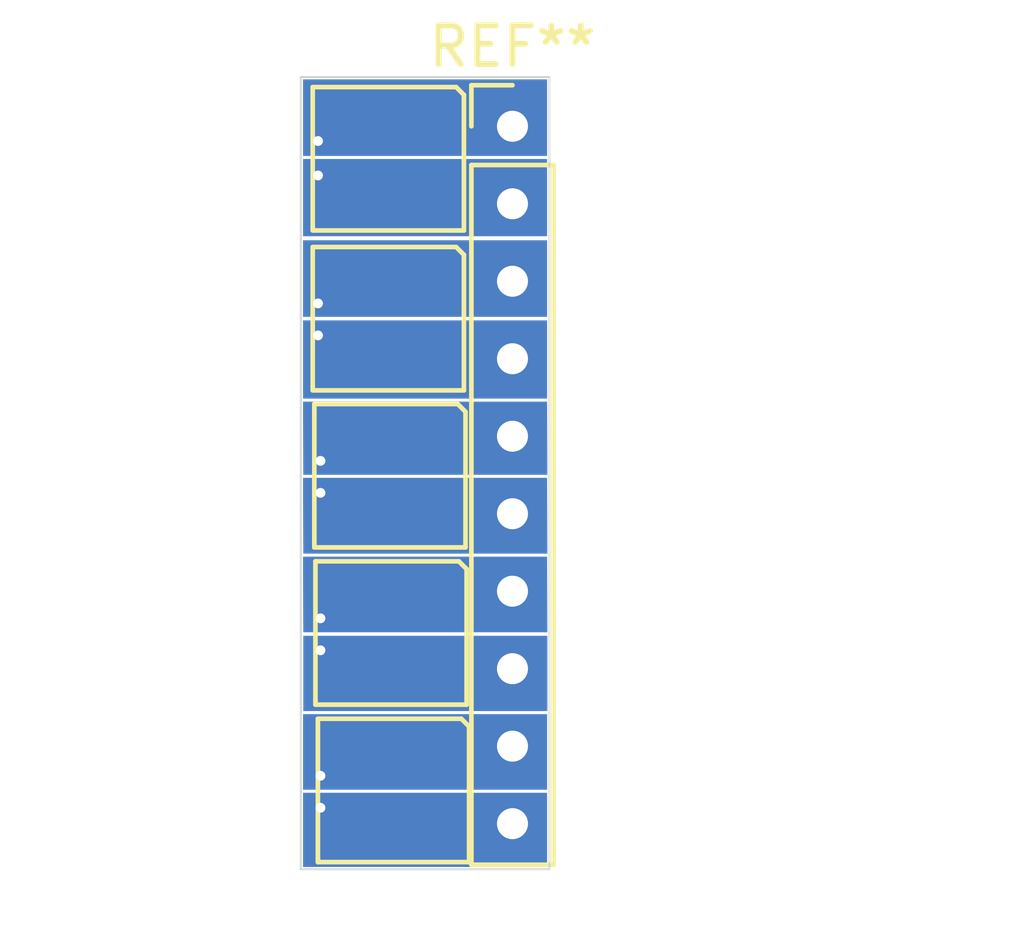
<source format=kicad_pcb>
(kicad_pcb (version 20171130) (host pcbnew "(5.1.9)-1")

  (general
    (thickness 1.6)
    (drawings 24)
    (tracks 53)
    (zones 0)
    (modules 6)
    (nets 1)
  )

  (page A4)
  (layers
    (0 F.Cu signal)
    (31 B.Cu signal)
    (32 B.Adhes user)
    (33 F.Adhes user)
    (34 B.Paste user)
    (35 F.Paste user)
    (36 B.SilkS user)
    (37 F.SilkS user)
    (38 B.Mask user)
    (39 F.Mask user)
    (40 Dwgs.User user)
    (41 Cmts.User user)
    (42 Eco1.User user)
    (43 Eco2.User user)
    (44 Edge.Cuts user)
    (45 Margin user)
    (46 B.CrtYd user)
    (47 F.CrtYd user)
    (48 B.Fab user)
    (49 F.Fab user)
  )

  (setup
    (last_trace_width 0.25)
    (trace_clearance 0.2)
    (zone_clearance 0.508)
    (zone_45_only no)
    (trace_min 0.2)
    (via_size 0.8)
    (via_drill 0.4)
    (via_min_size 0.4)
    (via_min_drill 0.3)
    (uvia_size 0.3)
    (uvia_drill 0.1)
    (uvias_allowed no)
    (uvia_min_size 0.2)
    (uvia_min_drill 0.1)
    (edge_width 0.05)
    (segment_width 0.2)
    (pcb_text_width 0.3)
    (pcb_text_size 1.5 1.5)
    (mod_edge_width 0.12)
    (mod_text_size 1 1)
    (mod_text_width 0.15)
    (pad_size 1.524 1.524)
    (pad_drill 0.762)
    (pad_to_mask_clearance 0)
    (aux_axis_origin 0 0)
    (visible_elements 7FFFFFFF)
    (pcbplotparams
      (layerselection 0x010fc_ffffffff)
      (usegerberextensions false)
      (usegerberattributes true)
      (usegerberadvancedattributes true)
      (creategerberjobfile true)
      (excludeedgelayer true)
      (linewidth 0.150000)
      (plotframeref false)
      (viasonmask false)
      (mode 1)
      (useauxorigin false)
      (hpglpennumber 1)
      (hpglpenspeed 20)
      (hpglpendiameter 15.000000)
      (psnegative false)
      (psa4output false)
      (plotreference true)
      (plotvalue true)
      (plotinvisibletext false)
      (padsonsilk false)
      (subtractmaskfromsilk false)
      (outputformat 1)
      (mirror false)
      (drillshape 1)
      (scaleselection 1)
      (outputdirectory ""))
  )

  (net 0 "")

  (net_class Default "This is the default net class."
    (clearance 0.2)
    (trace_width 0.25)
    (via_dia 0.8)
    (via_drill 0.4)
    (uvia_dia 0.3)
    (uvia_drill 0.1)
  )

  (module Connector_PinHeader_2.00mm:PinHeader_1x10_P2.00mm_Vertical (layer F.Cu) (tedit 59FED667) (tstamp 60750A52)
    (at 121.0945 79.502)
    (descr "Through hole straight pin header, 1x10, 2.00mm pitch, single row")
    (tags "Through hole pin header THT 1x10 2.00mm single row")
    (fp_text reference REF** (at 0 -2.06) (layer F.SilkS)
      (effects (font (size 1 1) (thickness 0.15)))
    )
    (fp_text value PinHeader_1x10_P2.00mm_Vertical (at 0 20.06) (layer F.Fab)
      (effects (font (size 1 1) (thickness 0.15)))
    )
    (fp_line (start 1.5 -1.5) (end -1.5 -1.5) (layer F.CrtYd) (width 0.05))
    (fp_line (start 1.5 19.5) (end 1.5 -1.5) (layer F.CrtYd) (width 0.05))
    (fp_line (start -1.5 19.5) (end 1.5 19.5) (layer F.CrtYd) (width 0.05))
    (fp_line (start -1.5 -1.5) (end -1.5 19.5) (layer F.CrtYd) (width 0.05))
    (fp_line (start -1.06 -1.06) (end 0 -1.06) (layer F.SilkS) (width 0.12))
    (fp_line (start -1.06 0) (end -1.06 -1.06) (layer F.SilkS) (width 0.12))
    (fp_line (start -1.06 1) (end 1.06 1) (layer F.SilkS) (width 0.12))
    (fp_line (start 1.06 1) (end 1.06 19.06) (layer F.SilkS) (width 0.12))
    (fp_line (start -1.06 1) (end -1.06 19.06) (layer F.SilkS) (width 0.12))
    (fp_line (start -1.06 19.06) (end 1.06 19.06) (layer F.SilkS) (width 0.12))
    (fp_line (start -1 -0.5) (end -0.5 -1) (layer F.Fab) (width 0.1))
    (fp_line (start -1 19) (end -1 -0.5) (layer F.Fab) (width 0.1))
    (fp_line (start 1 19) (end -1 19) (layer F.Fab) (width 0.1))
    (fp_line (start 1 -1) (end 1 19) (layer F.Fab) (width 0.1))
    (fp_line (start -0.5 -1) (end 1 -1) (layer F.Fab) (width 0.1))
    (fp_text user %R (at 0 9 90) (layer F.Fab)
      (effects (font (size 1 1) (thickness 0.15)))
    )
    (pad 10 thru_hole oval (at 0 18) (size 1.35 1.35) (drill 0.8) (layers *.Cu *.Mask))
    (pad 9 thru_hole oval (at 0 16) (size 1.35 1.35) (drill 0.8) (layers *.Cu *.Mask))
    (pad 8 thru_hole oval (at 0 14) (size 1.35 1.35) (drill 0.8) (layers *.Cu *.Mask))
    (pad 7 thru_hole oval (at 0 12) (size 1.35 1.35) (drill 0.8) (layers *.Cu *.Mask))
    (pad 6 thru_hole oval (at 0 10) (size 1.35 1.35) (drill 0.8) (layers *.Cu *.Mask))
    (pad 5 thru_hole oval (at 0 8) (size 1.35 1.35) (drill 0.8) (layers *.Cu *.Mask))
    (pad 4 thru_hole oval (at 0 6) (size 1.35 1.35) (drill 0.8) (layers *.Cu *.Mask))
    (pad 3 thru_hole oval (at 0 4) (size 1.35 1.35) (drill 0.8) (layers *.Cu *.Mask))
    (pad 2 thru_hole oval (at 0 2) (size 1.35 1.35) (drill 0.8) (layers *.Cu *.Mask))
    (pad 1 thru_hole rect (at 0 0) (size 1.35 1.35) (drill 0.8) (layers *.Cu *.Mask))
    (model ${KISYS3DMOD}/Connector_PinHeader_2.00mm.3dshapes/PinHeader_1x10_P2.00mm_Vertical.wrl
      (at (xyz 0 0 0))
      (scale (xyz 1 1 1))
      (rotate (xyz 0 0 0))
    )
  )

  (module spakecdk:LM301B (layer F.Cu) (tedit 6074991E) (tstamp 6075086D)
    (at 116.275 96.6945)
    (fp_text reference REF** (at 0.1 3.3) (layer F.SilkS) hide
      (effects (font (size 1 1) (thickness 0.15)))
    )
    (fp_text value LM301B (at 0.1 -3.3) (layer F.Fab)
      (effects (font (size 1 1) (thickness 0.15)))
    )
    (fp_line (start 3.5 -1.9) (end -0.2 -1.9) (layer F.SilkS) (width 0.12))
    (fp_line (start 3.7 -1.7) (end 3.5 -1.9) (layer F.SilkS) (width 0.12))
    (fp_line (start 3.7 1.8) (end 3.7 -1.7) (layer F.SilkS) (width 0.12))
    (fp_line (start -0.2 1.8) (end 3.7 1.8) (layer F.SilkS) (width 0.12))
    (fp_line (start -0.2 1.7) (end -0.2 1.8) (layer F.SilkS) (width 0.12))
    (fp_line (start -0.2 -1.9) (end -0.2 1.7) (layer F.SilkS) (width 0.12))
    (pad 1 smd custom (at 1.2 -1) (size 1 1) (layers F.Cu F.Paste F.Mask)
      (zone_connect 0)
      (options (clearance outline) (anchor circle))
      (primitives
        (gr_poly (pts
           (xy 2.3 0.1) (xy 1.9 0.1) (xy 1.9 0.8) (xy -0.8 0.8) (xy -0.8 0.1)
           (xy -1.2 0.1) (xy -1.2 -0.7) (xy 2.3 -0.7)) (width 0.01))
      ))
    (pad 2 smd custom (at 1.8 0.9) (size 1 1) (layers F.Cu F.Paste F.Mask)
      (zone_connect 0)
      (options (clearance outline) (anchor rect))
      (primitives
        (gr_poly (pts
           (xy -1.8 -0.1) (xy -1.4 -0.1) (xy -1.4 -0.8) (xy 1.3 -0.8) (xy 1.3 -0.1)
           (xy 1.7 -0.1) (xy 1.7 0.7) (xy -1.8 0.7)) (width 0.01))
      ))
  )

  (module spakecdk:LM301B (layer F.Cu) (tedit 6074991E) (tstamp 607508E1)
    (at 116.1415 84.5185)
    (fp_text reference REF** (at 0.1 3.3) (layer F.SilkS) hide
      (effects (font (size 1 1) (thickness 0.15)))
    )
    (fp_text value LM301B (at 0.1 -3.3) (layer F.Fab)
      (effects (font (size 1 1) (thickness 0.15)))
    )
    (fp_line (start 3.5 -1.9) (end -0.2 -1.9) (layer F.SilkS) (width 0.12))
    (fp_line (start 3.7 -1.7) (end 3.5 -1.9) (layer F.SilkS) (width 0.12))
    (fp_line (start 3.7 1.8) (end 3.7 -1.7) (layer F.SilkS) (width 0.12))
    (fp_line (start -0.2 1.8) (end 3.7 1.8) (layer F.SilkS) (width 0.12))
    (fp_line (start -0.2 1.7) (end -0.2 1.8) (layer F.SilkS) (width 0.12))
    (fp_line (start -0.2 -1.9) (end -0.2 1.7) (layer F.SilkS) (width 0.12))
    (pad 1 smd custom (at 1.2 -1) (size 1 1) (layers F.Cu F.Paste F.Mask)
      (zone_connect 0)
      (options (clearance outline) (anchor circle))
      (primitives
        (gr_poly (pts
           (xy 2.3 0.1) (xy 1.9 0.1) (xy 1.9 0.8) (xy -0.8 0.8) (xy -0.8 0.1)
           (xy -1.2 0.1) (xy -1.2 -0.7) (xy 2.3 -0.7)) (width 0.01))
      ))
    (pad 2 smd custom (at 1.8 0.9) (size 1 1) (layers F.Cu F.Paste F.Mask)
      (zone_connect 0)
      (options (clearance outline) (anchor rect))
      (primitives
        (gr_poly (pts
           (xy -1.8 -0.1) (xy -1.4 -0.1) (xy -1.4 -0.8) (xy 1.3 -0.8) (xy 1.3 -0.1)
           (xy 1.7 -0.1) (xy 1.7 0.7) (xy -1.8 0.7)) (width 0.01))
      ))
  )

  (module spakecdk:LM301B (layer F.Cu) (tedit 6074991E) (tstamp 607508EC)
    (at 116.183 88.5715)
    (fp_text reference REF** (at 0.1 3.3) (layer F.SilkS) hide
      (effects (font (size 1 1) (thickness 0.15)))
    )
    (fp_text value LM301B (at 0.1 -3.3) (layer F.Fab)
      (effects (font (size 1 1) (thickness 0.15)))
    )
    (fp_line (start 3.5 -1.9) (end -0.2 -1.9) (layer F.SilkS) (width 0.12))
    (fp_line (start 3.7 -1.7) (end 3.5 -1.9) (layer F.SilkS) (width 0.12))
    (fp_line (start 3.7 1.8) (end 3.7 -1.7) (layer F.SilkS) (width 0.12))
    (fp_line (start -0.2 1.8) (end 3.7 1.8) (layer F.SilkS) (width 0.12))
    (fp_line (start -0.2 1.7) (end -0.2 1.8) (layer F.SilkS) (width 0.12))
    (fp_line (start -0.2 -1.9) (end -0.2 1.7) (layer F.SilkS) (width 0.12))
    (pad 1 smd custom (at 1.2 -1) (size 1 1) (layers F.Cu F.Paste F.Mask)
      (zone_connect 0)
      (options (clearance outline) (anchor circle))
      (primitives
        (gr_poly (pts
           (xy 2.3 0.1) (xy 1.9 0.1) (xy 1.9 0.8) (xy -0.8 0.8) (xy -0.8 0.1)
           (xy -1.2 0.1) (xy -1.2 -0.7) (xy 2.3 -0.7)) (width 0.01))
      ))
    (pad 2 smd custom (at 1.8 0.9) (size 1 1) (layers F.Cu F.Paste F.Mask)
      (zone_connect 0)
      (options (clearance outline) (anchor rect))
      (primitives
        (gr_poly (pts
           (xy -1.8 -0.1) (xy -1.4 -0.1) (xy -1.4 -0.8) (xy 1.3 -0.8) (xy 1.3 -0.1)
           (xy 1.7 -0.1) (xy 1.7 0.7) (xy -1.8 0.7)) (width 0.01))
      ))
  )

  (module spakecdk:LM301B (layer F.Cu) (tedit 6074991E) (tstamp 60750936)
    (at 116.2115 92.6305)
    (fp_text reference REF** (at 0.1 3.3) (layer F.SilkS) hide
      (effects (font (size 1 1) (thickness 0.15)))
    )
    (fp_text value LM301B (at 0.1 -3.3) (layer F.Fab)
      (effects (font (size 1 1) (thickness 0.15)))
    )
    (fp_line (start 3.5 -1.9) (end -0.2 -1.9) (layer F.SilkS) (width 0.12))
    (fp_line (start 3.7 -1.7) (end 3.5 -1.9) (layer F.SilkS) (width 0.12))
    (fp_line (start 3.7 1.8) (end 3.7 -1.7) (layer F.SilkS) (width 0.12))
    (fp_line (start -0.2 1.8) (end 3.7 1.8) (layer F.SilkS) (width 0.12))
    (fp_line (start -0.2 1.7) (end -0.2 1.8) (layer F.SilkS) (width 0.12))
    (fp_line (start -0.2 -1.9) (end -0.2 1.7) (layer F.SilkS) (width 0.12))
    (pad 1 smd custom (at 1.2 -1) (size 1 1) (layers F.Cu F.Paste F.Mask)
      (zone_connect 0)
      (options (clearance outline) (anchor circle))
      (primitives
        (gr_poly (pts
           (xy 2.3 0.1) (xy 1.9 0.1) (xy 1.9 0.8) (xy -0.8 0.8) (xy -0.8 0.1)
           (xy -1.2 0.1) (xy -1.2 -0.7) (xy 2.3 -0.7)) (width 0.01))
      ))
    (pad 2 smd custom (at 1.8 0.9) (size 1 1) (layers F.Cu F.Paste F.Mask)
      (zone_connect 0)
      (options (clearance outline) (anchor rect))
      (primitives
        (gr_poly (pts
           (xy -1.8 -0.1) (xy -1.4 -0.1) (xy -1.4 -0.8) (xy 1.3 -0.8) (xy 1.3 -0.1)
           (xy 1.7 -0.1) (xy 1.7 0.7) (xy -1.8 0.7)) (width 0.01))
      ))
  )

  (module spakecdk:LM301B (layer F.Cu) (tedit 6074991E) (tstamp 60750956)
    (at 116.1415 80.391)
    (fp_text reference REF** (at 0.1 3.3) (layer F.SilkS) hide
      (effects (font (size 1 1) (thickness 0.15)))
    )
    (fp_text value LM301B (at 0.1 -3.3) (layer F.Fab)
      (effects (font (size 1 1) (thickness 0.15)))
    )
    (fp_line (start 3.5 -1.9) (end -0.2 -1.9) (layer F.SilkS) (width 0.12))
    (fp_line (start 3.7 -1.7) (end 3.5 -1.9) (layer F.SilkS) (width 0.12))
    (fp_line (start 3.7 1.8) (end 3.7 -1.7) (layer F.SilkS) (width 0.12))
    (fp_line (start -0.2 1.8) (end 3.7 1.8) (layer F.SilkS) (width 0.12))
    (fp_line (start -0.2 1.7) (end -0.2 1.8) (layer F.SilkS) (width 0.12))
    (fp_line (start -0.2 -1.9) (end -0.2 1.7) (layer F.SilkS) (width 0.12))
    (pad 1 smd custom (at 1.2 -1) (size 1 1) (layers F.Cu F.Paste F.Mask)
      (zone_connect 0)
      (options (clearance outline) (anchor circle))
      (primitives
        (gr_poly (pts
           (xy 2.3 0.1) (xy 1.9 0.1) (xy 1.9 0.8) (xy -0.8 0.8) (xy -0.8 0.1)
           (xy -1.2 0.1) (xy -1.2 -0.7) (xy 2.3 -0.7)) (width 0.01))
      ))
    (pad 2 smd custom (at 1.8 0.9) (size 1 1) (layers F.Cu F.Paste F.Mask)
      (zone_connect 0)
      (options (clearance outline) (anchor rect))
      (primitives
        (gr_poly (pts
           (xy -1.8 -0.1) (xy -1.4 -0.1) (xy -1.4 -0.8) (xy 1.3 -0.8) (xy 1.3 -0.1)
           (xy 1.7 -0.1) (xy 1.7 0.7) (xy -1.8 0.7)) (width 0.01))
      ))
  )

  (gr_poly (pts (xy 121.9835 82.3341) (xy 115.697 82.3341) (xy 115.697 80.3529) (xy 121.9835 80.3529)) (layer B.Cu) (width 0.01) (tstamp 60750849))
  (gr_poly (pts (xy 121.9835 84.4169) (xy 115.697 84.4169) (xy 115.697 82.4484) (xy 121.9835 82.4484)) (layer B.Cu) (width 0.01) (tstamp 6075084A))
  (gr_poly (pts (xy 121.9835 80.264) (xy 115.697 80.264) (xy 115.697 78.2955) (xy 121.9835 78.2955)) (layer B.Mask) (width 0.01) (tstamp 6075084B))
  (gr_poly (pts (xy 121.9835 86.5251) (xy 115.697 86.5251) (xy 115.697 84.5185) (xy 121.9835 84.5185)) (layer B.Cu) (width 0.01) (tstamp 6075084C))
  (gr_poly (pts (xy 121.9835 82.3341) (xy 115.697 82.3341) (xy 115.697 80.3529) (xy 121.9835 80.3529)) (layer B.Mask) (width 0.01) (tstamp 60750846))
  (gr_poly (pts (xy 121.9835 84.4169) (xy 115.697 84.4169) (xy 115.697 82.4484) (xy 121.9835 82.4484)) (layer B.Mask) (width 0.01) (tstamp 60750847))
  (gr_poly (pts (xy 121.9835 86.5251) (xy 115.697 86.5251) (xy 115.697 84.5185) (xy 121.9835 84.5185)) (layer B.Mask) (width 0.01) (tstamp 60750848))
  (gr_line (start 122.047 78.232) (end 115.6335 78.232) (layer Edge.Cuts) (width 0.05) (tstamp 60750852))
  (gr_line (start 115.6335 98.679) (end 122.047 98.679) (layer Edge.Cuts) (width 0.05) (tstamp 60750851))
  (gr_poly (pts (xy 121.98985 90.5256) (xy 115.70335 90.5256) (xy 115.697 88.5825) (xy 121.9835 88.5825)) (layer B.Mask) (width 0.01) (tstamp 60750853))
  (gr_poly (pts (xy 121.98985 88.4936) (xy 115.70335 88.4936) (xy 115.697 86.614) (xy 121.9835 86.614)) (layer B.Mask) (width 0.01) (tstamp 60750854))
  (gr_poly (pts (xy 121.9835 98.6155) (xy 115.697 98.6155) (xy 115.697 96.7105) (xy 121.9835 96.7105)) (layer B.Mask) (width 0.01) (tstamp 60750961))
  (gr_poly (pts (xy 121.98985 90.5256) (xy 115.70335 90.5256) (xy 115.697 88.5825) (xy 121.9835 88.5825)) (layer B.Cu) (width 0.01) (tstamp 60750963))
  (gr_poly (pts (xy 121.98985 94.5896) (xy 115.70335 94.5896) (xy 115.70081 92.6592) (xy 121.98731 92.6592)) (layer B.Mask) (width 0.01) (tstamp 60750856))
  (gr_poly (pts (xy 121.98985 92.5576) (xy 115.70335 92.5576) (xy 115.697 90.6145) (xy 121.9835 90.6145)) (layer B.Cu) (width 0.01) (tstamp 60750964))
  (gr_poly (pts (xy 121.9835 80.264) (xy 115.697 80.264) (xy 115.697 78.2955) (xy 121.9835 78.2955)) (layer B.Cu) (width 0.01) (tstamp 6075084E))
  (gr_poly (pts (xy 121.9835 96.6216) (xy 115.697 96.6216) (xy 115.697 94.6785) (xy 121.9835 94.6785)) (layer B.Mask) (width 0.01) (tstamp 60750857))
  (gr_poly (pts (xy 121.9835 96.6216) (xy 115.697 96.6216) (xy 115.697 94.6785) (xy 121.9835 94.6785)) (layer B.Cu) (width 0.01) (tstamp 60750962))
  (gr_poly (pts (xy 121.98985 88.4936) (xy 115.70335 88.4936) (xy 115.697 86.614) (xy 121.9835 86.614)) (layer B.Cu) (width 0.01) (tstamp 6075084D))
  (gr_line (start 122.047 98.679) (end 122.047 78.232) (layer Edge.Cuts) (width 0.05) (tstamp 6075084F))
  (gr_poly (pts (xy 121.98985 92.5576) (xy 115.70335 92.5576) (xy 115.697 90.6145) (xy 121.9835 90.6145)) (layer B.Mask) (width 0.01) (tstamp 60750855))
  (gr_poly (pts (xy 121.9835 98.6155) (xy 115.697 98.6155) (xy 115.697 96.7105) (xy 121.9835 96.7105)) (layer B.Cu) (width 0.01) (tstamp 60750966))
  (gr_poly (pts (xy 121.98985 94.5896) (xy 115.70335 94.5896) (xy 115.70335 92.6592) (xy 121.98985 92.6592)) (layer B.Cu) (width 0.01) (tstamp 60750965))
  (gr_line (start 115.6335 78.232) (end 115.6335 98.679) (layer Edge.Cuts) (width 0.05) (tstamp 60750850))

  (segment (start 118.359 81.137) (end 118.513 81.291) (width 0.5) (layer F.Cu) (net 0) (tstamp 60750974))
  (segment (start 117.77 83.312) (end 117.913 83.455) (width 0.5) (layer F.Cu) (net 0) (tstamp 6075097B))
  (segment (start 118.359 93.329) (end 118.513 93.483) (width 0.5) (layer F.Cu) (net 0) (tstamp 60750983))
  (segment (start 118.359 89.265) (end 118.513 89.419) (width 0.5) (layer F.Cu) (net 0) (tstamp 6075098A))
  (segment (start 121.401 93.483) (end 121.401 93.483) (width 0.5) (layer F.Cu) (net 0) (tstamp 60750989))
  (segment (start 117.913 87.519) (end 121.373 87.519) (width 0.5) (layer F.Cu) (net 0) (tstamp 60750985))
  (segment (start 121.373 91.583) (end 121.405 91.551) (width 0.5) (layer F.Cu) (net 0) (tstamp 60750986))
  (segment (start 117.913 91.583) (end 121.373 91.583) (width 0.5) (layer F.Cu) (net 0) (tstamp 60750982))
  (segment (start 121.373 95.647) (end 121.405 95.615) (width 0.5) (layer F.Cu) (net 0) (tstamp 6075098F))
  (segment (start 118.513 89.419) (end 121.401 89.419) (width 0.5) (layer F.Cu) (net 0) (tstamp 6075098E))
  (segment (start 118.513 97.547) (end 121.274 97.547) (width 0.5) (layer F.Cu) (net 0) (tstamp 60750981))
  (segment (start 121.373 83.455) (end 121.405 83.423) (width 0.5) (layer F.Cu) (net 0) (tstamp 60750979))
  (segment (start 117.913 95.647) (end 121.373 95.647) (width 0.5) (layer F.Cu) (net 0) (tstamp 6075098C))
  (segment (start 117.913 83.455) (end 121.373 83.455) (width 0.5) (layer F.Cu) (net 0) (tstamp 6075097E))
  (segment (start 121.401 93.483) (end 118.513 93.483) (width 0.5) (layer F.Cu) (net 0) (tstamp 60750970))
  (segment (start 121.401 85.355) (end 121.401 85.355) (width 0.5) (layer F.Cu) (net 0) (tstamp 6075096A))
  (segment (start 118.513 81.291) (end 121.528 81.291) (width 0.5) (layer F.Cu) (net 0) (tstamp 60750971))
  (segment (start 117.913 79.391) (end 121.269 79.391) (width 0.5) (layer F.Cu) (net 0) (tstamp 60750976))
  (segment (start 121.528 81.291) (end 121.528 81.291) (width 0.5) (layer F.Cu) (net 0) (tstamp 6075096D))
  (segment (start 121.269 79.391) (end 121.412 79.248) (width 0.5) (layer F.Cu) (net 0) (tstamp 60750975))
  (segment (start 118.513 85.355) (end 121.401 85.355) (width 0.5) (layer F.Cu) (net 0) (tstamp 60750972))
  (segment (start 121.401 89.419) (end 121.401 89.419) (width 0.5) (layer F.Cu) (net 0) (tstamp 60750968))
  (segment (start 121.274 97.547) (end 121.274 97.547) (width 0.5) (layer F.Cu) (net 0) (tstamp 60750967))
  (via (at 116.1415 93.0275) (size 0.6) (drill 0.254) (layers F.Cu B.Cu) (net 0))
  (via (at 116.1415 92.202) (size 0.6) (drill 0.254) (layers F.Cu B.Cu) (net 0) (tstamp 60750E55))
  (via (at 116.1415 88.9635) (size 0.6) (drill 0.254) (layers F.Cu B.Cu) (net 0) (tstamp 60750E55))
  (via (at 116.1415 88.138) (size 0.6) (drill 0.254) (layers F.Cu B.Cu) (net 0) (tstamp 60750E55))
  (via (at 116.078 84.8995) (size 0.6) (drill 0.254) (layers F.Cu B.Cu) (net 0) (tstamp 60750E55))
  (via (at 116.078 84.074) (size 0.6) (drill 0.254) (layers F.Cu B.Cu) (net 0) (tstamp 60750E55))
  (via (at 116.078 80.772) (size 0.6) (drill 0.254) (layers F.Cu B.Cu) (net 0) (tstamp 60750E55))
  (via (at 116.078 79.883) (size 0.6) (drill 0.254) (layers F.Cu B.Cu) (net 0) (tstamp 60750E55))
  (via (at 116.1415 96.266) (size 0.6) (drill 0.254) (layers F.Cu B.Cu) (net 0) (tstamp 60750E55))
  (via (at 116.1415 97.0915) (size 0.6) (drill 0.254) (layers F.Cu B.Cu) (net 0) (tstamp 60750E55))
  (segment (start 117.572 97.0915) (end 118.075 97.5945) (width 0.25) (layer F.Cu) (net 0))
  (segment (start 116.1415 97.0915) (end 117.572 97.0915) (width 0.25) (layer F.Cu) (net 0))
  (segment (start 116.9035 96.266) (end 117.475 95.6945) (width 0.25) (layer F.Cu) (net 0))
  (segment (start 116.1415 96.266) (end 116.9035 96.266) (width 0.25) (layer F.Cu) (net 0))
  (segment (start 117.5085 93.0275) (end 118.0115 93.5305) (width 0.25) (layer F.Cu) (net 0))
  (segment (start 116.1415 93.0275) (end 117.5085 93.0275) (width 0.25) (layer F.Cu) (net 0))
  (segment (start 116.84 92.202) (end 117.4115 91.6305) (width 0.25) (layer F.Cu) (net 0))
  (segment (start 116.1415 92.202) (end 116.84 92.202) (width 0.25) (layer F.Cu) (net 0))
  (segment (start 117.475 88.9635) (end 117.983 89.4715) (width 0.25) (layer F.Cu) (net 0))
  (segment (start 116.1415 88.9635) (end 117.475 88.9635) (width 0.25) (layer F.Cu) (net 0))
  (segment (start 116.8165 88.138) (end 117.383 87.5715) (width 0.25) (layer F.Cu) (net 0))
  (segment (start 116.1415 88.138) (end 116.8165 88.138) (width 0.25) (layer F.Cu) (net 0))
  (segment (start 117.4225 84.8995) (end 117.9415 85.4185) (width 0.25) (layer F.Cu) (net 0))
  (segment (start 116.078 84.8995) (end 117.4225 84.8995) (width 0.25) (layer F.Cu) (net 0))
  (segment (start 116.786 84.074) (end 117.3415 83.5185) (width 0.25) (layer F.Cu) (net 0))
  (segment (start 116.078 84.074) (end 116.786 84.074) (width 0.25) (layer F.Cu) (net 0))
  (segment (start 117.4225 80.772) (end 117.9415 81.291) (width 0.25) (layer F.Cu) (net 0))
  (segment (start 116.078 80.772) (end 117.4225 80.772) (width 0.25) (layer F.Cu) (net 0))
  (segment (start 116.8495 79.883) (end 117.3415 79.391) (width 0.25) (layer F.Cu) (net 0))
  (segment (start 116.078 79.883) (end 116.8495 79.883) (width 0.25) (layer F.Cu) (net 0))

)

</source>
